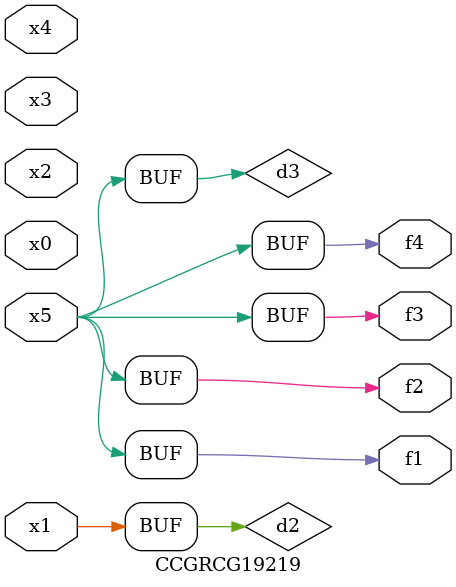
<source format=v>
module CCGRCG19219(
	input x0, x1, x2, x3, x4, x5,
	output f1, f2, f3, f4
);

	wire d1, d2, d3;

	not (d1, x5);
	or (d2, x1);
	xnor (d3, d1);
	assign f1 = d3;
	assign f2 = d3;
	assign f3 = d3;
	assign f4 = d3;
endmodule

</source>
